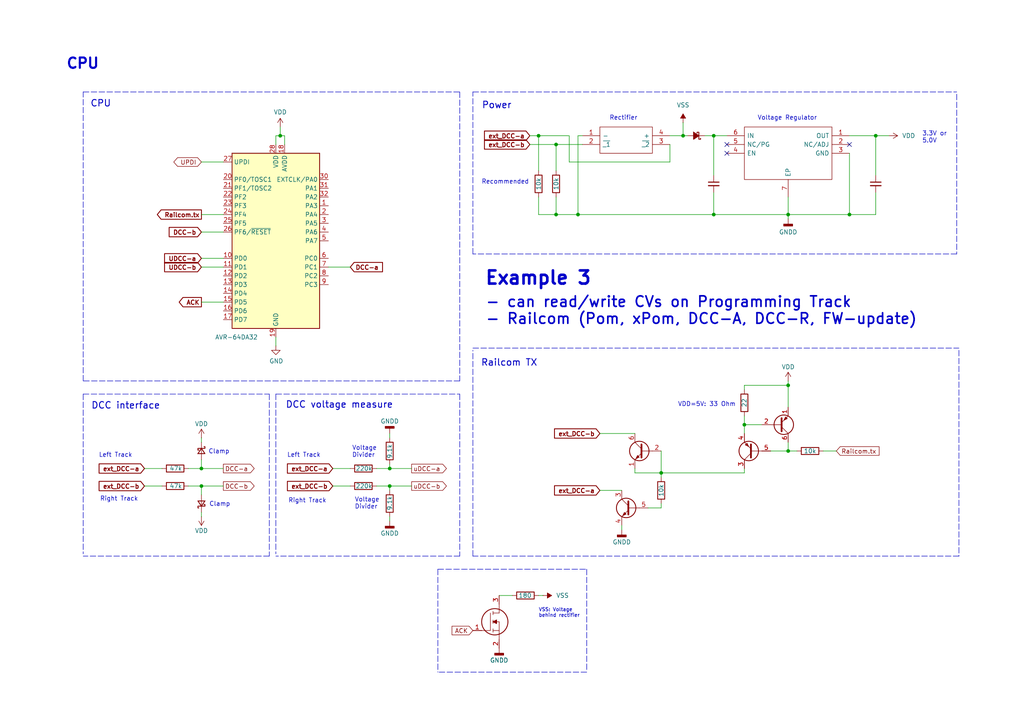
<source format=kicad_sch>
(kicad_sch (version 20250114) (generator "eeschema") (generator_version "9.0")
  (paper "A4")
  (title_block (title "RTB D97 FN Decoder Toolkit") (date "2025-11-22") (rev "0") (company "Frank Schumacher") (comment 1 "'naked' DCC decoder project") (comment 2 "D97.0") (comment 3 "Example 3: DCC Decoder /w Railcom") (comment 4 "Licensed under the Apache License, Version 2"))
  (lib_symbols
    (symbol "Device:C_Small" (pin_numbers (hide yes)) (pin_names (offset 0.254) (hide yes))
      (property "Reference" "C" (at 0.254 1.778 0))
      (property "Value" "C_Small" (at 0.254 -2.032 0))
      (symbol "C_Small_0_1"
        (polyline (pts (xy -1.524 0.508) (xy 1.524 0.508)) (stroke (width 0.3048)))
        (polyline (pts (xy -1.524 -0.508) (xy 1.524 -0.508)) (stroke (width 0.3302)))
      )
      (symbol "C_Small_1_1"
        (pin passive line (at 0 2.54 270) (length 2.032) (name "~") (number "1"))
        (pin passive line (at 0 -2.54 90) (length 2.032) (name "~") (number "2"))
      )
    )
    (symbol "Device:D_Schottky_Small" (pin_numbers (hide yes)) (pin_names (offset 0.254) (hide yes))
      (property "Reference" "D" (at -1.27 2.032 0))
      (property "Value" "D_Schottky_Small" (at -7.112 -2.032 0))
      (symbol "D_Schottky_Small_0_1"
        (polyline (pts (xy -1.27 0.762) (xy -1.27 1.016) (xy -0.762 1.016) (xy -0.762 -1.016) (xy -0.254 -1.016) (xy -0.254 -0.762)) (stroke (width 0.254)))
        (polyline (pts (xy -0.762 0) (xy 0.762 0)))
        (polyline (pts (xy 0.762 -1.016) (xy -0.762 0) (xy 0.762 1.016) (xy 0.762 -1.016)) (stroke (width 0.254)))
      )
      (symbol "D_Schottky_Small_1_1"
        (pin passive line (at -2.54 0 0) (length 1.778) (name "K") (number "1"))
        (pin passive line (at 2.54 0 180) (length 1.778) (name "A") (number "2"))
      )
    )
    (symbol "Device:D_Schottky_Small_Filled" (pin_numbers (hide yes)) (pin_names (offset 0.254) (hide yes))
      (property "Reference" "D" (at -1.27 2.032 0))
      (property "Value" "D_Schottky_Small_Filled" (at -7.112 -2.032 0))
      (symbol "D_Schottky_Small_Filled_0_1"
        (polyline (pts (xy -1.27 0.762) (xy -1.27 1.016) (xy -0.762 1.016) (xy -0.762 -1.016) (xy -0.254 -1.016) (xy -0.254 -0.762)) (stroke (width 0.254)))
        (polyline (pts (xy -0.762 0) (xy 0.762 0)))
        (polyline (pts (xy 0.762 -1.016) (xy -0.762 0) (xy 0.762 1.016) (xy 0.762 -1.016)) (stroke (width 0.254)) (fill (type outline)))
      )
      (symbol "D_Schottky_Small_Filled_1_1"
        (pin passive line (at -2.54 0 0) (length 1.778) (name "K") (number "1"))
        (pin passive line (at 2.54 0 180) (length 1.778) (name "A") (number "2"))
      )
    )
    (symbol "Device:R" (pin_numbers (hide yes)) (pin_names (offset 0))
      (property "Reference" "R" (at 2.032 0 90))
      (property "Value" "R" (at 0 0 90))
      (symbol "R_0_1"
        (rectangle (start -1.016 -2.54) (end 1.016 2.54) (stroke (width 0.254)))
      )
      (symbol "R_1_1"
        (pin passive line (at 0 3.81 270) (length 1.27) (name "~") (number "1"))
        (pin passive line (at 0 -3.81 90) (length 1.27) (name "~") (number "2"))
      )
    )
    (symbol "MCU_Microchip_ATmega:ATmega4808-M"
      (property "Reference" "U" (at -12.7 26.67 0))
      (property "Value" "ATmega4808-M" (at 2.54 -26.67 0))
      (symbol "ATmega4808-M_0_1"
        (rectangle (start -12.7 -25.4) (end 12.7 25.4) (stroke (width 0.254)) (fill (type background)))
      )
      (symbol "ATmega4808-M_1_1"
        (pin bidirectional line (at -15.24 22.86 0) (length 2.54) (name "UPDI") (number "27"))
        (pin bidirectional line (at -15.24 17.78 0) (length 2.54) (name "PF0/TOSC1") (number "20"))
        (pin bidirectional line (at -15.24 15.24 0) (length 2.54) (name "PF1/TOSC2") (number "21"))
        (pin bidirectional line (at -15.24 12.7 0) (length 2.54) (name "PF2") (number "22"))
        (pin bidirectional line (at -15.24 10.16 0) (length 2.54) (name "PF3") (number "23"))
        (pin bidirectional line (at -15.24 7.62 0) (length 2.54) (name "PF4") (number "24"))
        (pin bidirectional line (at -15.24 5.08 0) (length 2.54) (name "PF5") (number "25"))
        (pin bidirectional line (at -15.24 2.54 0) (length 2.54) (name "PF6/~{RESET}") (number "26"))
        (pin bidirectional line (at -15.24 -5.08 0) (length 2.54) (name "PD0") (number "10"))
        (pin bidirectional line (at -15.24 -7.62 0) (length 2.54) (name "PD1") (number "11"))
        (pin bidirectional line (at -15.24 -10.16 0) (length 2.54) (name "PD2") (number "12"))
        (pin bidirectional line (at -15.24 -12.7 0) (length 2.54) (name "PD3") (number "13"))
        (pin bidirectional line (at -15.24 -15.24 0) (length 2.54) (name "PD4") (number "14"))
        (pin bidirectional line (at -15.24 -17.78 0) (length 2.54) (name "PD5") (number "15"))
        (pin bidirectional line (at -15.24 -20.32 0) (length 2.54) (name "PD6") (number "16"))
        (pin bidirectional line (at -15.24 -22.86 0) (length 2.54) (name "PD7") (number "17"))
        (pin power_in line (at 0 27.94 270) (length 2.54) (name "VDD") (number "28"))
        (pin power_in line (at 0 -27.94 90) (length 2.54) (name "GND") (number "19"))
        (pin passive line (at 0 -27.94 90) (length 2.54) (hide yes) (name "GND") (number "29"))
        (pin passive line (at 0 -27.94 90) (length 2.54) (hide yes) (name "GND") (number "33"))
        (pin power_in line (at 2.54 27.94 270) (length 2.54) (name "AVDD") (number "18"))
        (pin bidirectional line (at 15.24 17.78 180) (length 2.54) (name "EXTCLK/PA0") (number "30"))
        (pin bidirectional line (at 15.24 15.24 180) (length 2.54) (name "PA1") (number "31"))
        (pin bidirectional line (at 15.24 12.7 180) (length 2.54) (name "PA2") (number "32"))
        (pin bidirectional line (at 15.24 10.16 180) (length 2.54) (name "PA3") (number "1"))
        (pin bidirectional line (at 15.24 7.62 180) (length 2.54) (name "PA4") (number "2"))
        (pin bidirectional line (at 15.24 5.08 180) (length 2.54) (name "PA5") (number "3"))
        (pin bidirectional line (at 15.24 2.54 180) (length 2.54) (name "PA6") (number "4"))
        (pin bidirectional line (at 15.24 0 180) (length 2.54) (name "PA7") (number "5"))
        (pin bidirectional line (at 15.24 -5.08 180) (length 2.54) (name "PC0") (number "6"))
        (pin bidirectional line (at 15.24 -7.62 180) (length 2.54) (name "PC1") (number "7"))
        (pin bidirectional line (at 15.24 -10.16 180) (length 2.54) (name "PC2") (number "8"))
        (pin bidirectional line (at 15.24 -12.7 180) (length 2.54) (name "PC3") (number "9"))
      )
    )
    (symbol "RTB:BAS3007ARPPE6327HTSA1" (pin_names (offset 0.762))
      (property "Reference" "D" (at 21.59 7.62 0))
      (property "Value" "BAS3007ARPPE6327HTSA1" (at 21.59 5.08 0))
      (symbol "BAS3007ARPPE6327HTSA1_0_0"
        (pin passive line (at 0 0 0) (length 5.08) (name "-") (number "1"))
        (pin passive line (at 0 -2.54 0) (length 5.08) (name "~{_1}") (number "2"))
        (pin passive line (at 25.4 0 180) (length 5.08) (name "+") (number "4"))
        (pin passive line (at 25.4 -2.54 180) (length 5.08) (name "~{_2}") (number "3"))
      )
      (symbol "BAS3007ARPPE6327HTSA1_0_1"
        (polyline (pts (xy 5.08 2.54) (xy 20.32 2.54) (xy 20.32 -5.08) (xy 5.08 -5.08) (xy 5.08 2.54)) (stroke (width 0.1524)))
      )
    )
    (symbol "RTB:NCP730BMT330TBG" (pin_names (offset 0.762))
      (property "Reference" "IC" (at 31.75 7.62 0))
      (property "Value" "NCP730BMT330TBG" (at 31.75 5.08 0))
      (symbol "NCP730BMT330TBG_0_0"
        (pin passive line (at 0 0 0) (length 5.08) (name "OUT") (number "1"))
        (pin passive line (at 0 -2.54 0) (length 5.08) (name "NC/ADJ") (number "2"))
        (pin passive line (at 0 -5.08 0) (length 5.08) (name "GND") (number "3"))
        (pin passive line (at 17.78 -17.78 90) (length 5.08) (name "EP") (number "7"))
        (pin passive line (at 35.56 0 180) (length 5.08) (name "IN") (number "6"))
        (pin passive line (at 35.56 -2.54 180) (length 5.08) (name "NC/PG") (number "5"))
        (pin passive line (at 35.56 -5.08 180) (length 5.08) (name "EN") (number "4"))
      )
      (symbol "NCP730BMT330TBG_0_1"
        (polyline (pts (xy 5.08 2.54) (xy 30.48 2.54) (xy 30.48 -12.7) (xy 5.08 -12.7) (xy 5.08 2.54)) (stroke (width 0.1524)))
      )
    )
    (symbol "RTB:PMZB200UNEYL" (pin_names (offset 0.762))
      (property "Reference" "Q" (at 11.43 3.81 0))
      (property "Value" "PMZB200UNEYL" (at 11.43 1.27 0))
      (symbol "PMZB200UNEYL_0_0"
        (pin passive line (at 0 0 0) (length 2.54) (name "~") (number "1"))
        (pin passive line (at 7.62 10.16 270) (length 2.54) (name "~") (number "3"))
        (pin passive line (at 7.62 -5.08 90) (length 2.54) (name "~") (number "2"))
      )
      (symbol "PMZB200UNEYL_0_1"
        (polyline (pts (xy 2.54 0) (xy 5.08 0) (xy 5.08 5.08)) (stroke (width 0.1524)))
        (polyline (pts (xy 5.842 5.588) (xy 5.842 4.572)) (stroke (width 0.1524)))
        (polyline (pts (xy 5.842 2.54) (xy 6.858 3.048) (xy 6.858 2.032) (xy 5.842 2.54)) (stroke (width 0.254)) (fill (type outline)))
        (polyline (pts (xy 5.842 2.032) (xy 5.842 3.048)) (stroke (width 0.1524)))
        (polyline (pts (xy 5.842 0) (xy 7.62 0)) (stroke (width 0.1524)))
        (polyline (pts (xy 5.842 -0.508) (xy 5.842 0.508)) (stroke (width 0.1524)))
        (circle (center 6.35 2.54) (radius 3.81) (stroke (width 0.254)))
        (polyline (pts (xy 7.62 5.08) (xy 5.842 5.08)) (stroke (width 0.1524)))
        (polyline (pts (xy 7.62 5.08) (xy 7.62 7.62)) (stroke (width 0.1524)))
        (polyline (pts (xy 7.62 2.54) (xy 5.842 2.54)) (stroke (width 0.1524)))
        (polyline (pts (xy 7.62 2.54) (xy 7.62 -2.54)) (stroke (width 0.1524)))
      )
    )
    (symbol "Transistor_BJT:BC847BDW1" (pin_names (offset 0) (hide yes))
      (property "Reference" "Q" (at 5.08 1.27 0))
      (property "Value" "BC847BDW1" (at 5.08 -1.27 0))
      (symbol "BC847BDW1_0_1"
        (polyline (pts (xy 0.635 1.905) (xy 0.635 -1.905)) (stroke (width 0.508)))
        (polyline (pts (xy 0.635 0.635) (xy 2.54 2.54)))
        (polyline (pts (xy 0.635 0) (xy -2.54 0)))
        (polyline (pts (xy 0.635 -0.635) (xy 2.54 -2.54)))
        (circle (center 1.27 0) (radius 2.8194) (stroke (width 0.254)))
        (polyline (pts (xy 1.27 -1.778) (xy 1.778 -1.27) (xy 2.286 -2.286) (xy 1.27 -1.778)) (fill (type outline)))
      )
      (symbol "BC847BDW1_1_1"
        (pin input line (at -5.08 0 0) (length 2.54) (name "B1") (number "2"))
        (pin passive line (at 2.54 5.08 270) (length 2.54) (name "C1") (number "6"))
        (pin passive line (at 2.54 -5.08 90) (length 2.54) (name "E1") (number "1"))
      )
      (symbol "BC847BDW1_2_1"
        (pin input line (at -5.08 0 0) (length 2.54) (name "B2") (number "5"))
        (pin passive line (at 2.54 5.08 270) (length 2.54) (name "C2") (number "3"))
        (pin passive line (at 2.54 -5.08 90) (length 2.54) (name "E2") (number "4"))
      )
    )
    (symbol "Transistor_BJT:BC857BDW1" (pin_names (offset 0) (hide yes))
      (property "Reference" "Q" (at 5.08 1.27 0))
      (property "Value" "BC857BDW1" (at 5.08 -1.27 0))
      (symbol "BC857BDW1_0_1"
        (polyline (pts (xy 0.635 1.905) (xy 0.635 -1.905)) (stroke (width 0.508)))
        (polyline (pts (xy 0.635 0.635) (xy 2.54 2.54)))
        (polyline (pts (xy 0.635 0) (xy -2.54 0)))
        (polyline (pts (xy 0.635 -0.635) (xy 2.54 -2.54)))
        (circle (center 1.27 0) (radius 2.8194) (stroke (width 0.254)))
        (polyline (pts (xy 2.286 -1.778) (xy 1.778 -2.286) (xy 1.27 -1.27) (xy 2.286 -1.778)) (fill (type outline)))
      )
      (symbol "BC857BDW1_1_1"
        (pin input line (at -5.08 0 0) (length 2.54) (name "B1") (number "2"))
        (pin passive line (at 2.54 5.08 270) (length 2.54) (name "C1") (number "6"))
        (pin passive line (at 2.54 -5.08 90) (length 2.54) (name "E1") (number "1"))
      )
      (symbol "BC857BDW1_2_1"
        (pin input line (at -5.08 0 0) (length 2.54) (name "B2") (number "5"))
        (pin passive line (at 2.54 5.08 270) (length 2.54) (name "C2") (number "3"))
        (pin passive line (at 2.54 -5.08 90) (length 2.54) (name "E2") (number "4"))
      )
    )
    (symbol "power:GND" (power) (pin_numbers (hide yes)) (pin_names (offset 0) (hide yes))
      (property "Value" "GND" (at 0 -3.81 0))
      (symbol "GND_0_1"
        (polyline (pts (xy 0 0) (xy 0 -1.27) (xy 1.27 -1.27) (xy 0 -2.54) (xy -1.27 -1.27) (xy 0 -1.27)))
      )
      (symbol "GND_1_1"
        (pin power_in line (at 0 0 270) (length 0) (name "~") (number "1"))
      )
    )
    (symbol "power:GNDD" (power) (pin_numbers (hide yes)) (pin_names (offset 0) (hide yes))
      (property "Value" "GNDD" (at 0 -3.175 0))
      (symbol "GNDD_0_1"
        (rectangle (start -1.27 -1.524) (end 1.27 -2.032) (stroke (width 0.254)) (fill (type outline)))
        (polyline (pts (xy 0 0) (xy 0 -1.524)))
      )
      (symbol "GNDD_1_1"
        (pin power_in line (at 0 0 270) (length 0) (name "~") (number "1"))
      )
    )
    (symbol "power:VDD" (power) (pin_numbers (hide yes)) (pin_names (offset 0) (hide yes))
      (property "Value" "VDD" (at 0 3.556 0))
      (symbol "VDD_0_1"
        (polyline (pts (xy -0.762 1.27) (xy 0 2.54)))
        (polyline (pts (xy 0 2.54) (xy 0.762 1.27)))
        (polyline (pts (xy 0 0) (xy 0 2.54)))
      )
      (symbol "VDD_1_1"
        (pin power_in line (at 0 0 90) (length 0) (name "~") (number "1"))
      )
    )
    (symbol "power:VSS" (power) (pin_numbers (hide yes)) (pin_names (offset 0) (hide yes))
      (property "Value" "VSS" (at 0 3.556 0))
      (symbol "VSS_0_1"
        (polyline (pts (xy 0 0) (xy 0 2.54)))
        (polyline (pts (xy 0.762 1.27) (xy -0.762 1.27) (xy 0 2.54) (xy 0.762 1.27)) (fill (type outline)))
      )
      (symbol "VSS_1_1"
        (pin power_in line (at 0 0 90) (length 0) (name "~") (number "1"))
      )
    )
  )
  (text "Rectifier" (at 180.848 34.29 0) (effects (font (size 1.27 1.27))))
  (text "- can read/write CVs on Programming Track\n- Railcom (Pom, xPom, DCC-A, DCC-R, FW-update)" (at 140.716 90.17 0) (effects (font (size 3.048 3.048) (thickness 0.4763)) (justify left)))
  (text "DCC voltage measure" (at 82.804 118.618 0) (effects (font (size 1.905 1.905) (thickness 0.254) (bold yes)) (justify left bottom)))
  (text "VSS: Voltage\nbehind rectifier" (at 156.21 177.8 0) (effects (font (size 1.016 1.016)) (justify left)))
  (text "CPU" (at 26.162 31.242 0) (effects (font (size 1.905 1.905) (thickness 0.254) (bold yes)) (justify left bottom)))
  (text "3.3V or\n5.0V" (at 267.462 39.878 0) (effects (font (size 1.27 1.27)) (justify left)))
  (text "Power" (at 139.7 31.75 0) (effects (font (size 1.905 1.905) (thickness 0.254) (bold yes)) (justify left bottom)))
  (text "Voltage Regulator" (at 228.346 34.29 0) (effects (font (size 1.27 1.27))))
  (text "Railcom TX" (at 139.446 106.426 0) (effects (font (size 1.905 1.905) (thickness 0.254) (bold yes)) (justify left bottom)))
  (text "Clamp" (at 60.452 131.064 0) (effects (font (size 1.27 1.27)) (justify left)))
  (text "Right Track" (at 34.544 144.78 0) (effects (font (size 1.27 1.27))))
  (text "VDD=5V: 33 Ohm" (at 196.596 117.348 0) (effects (font (size 1.27 1.27)) (justify left)))
  (text "Example 3" (at 140.462 80.772 0) (effects (font (size 3.81 3.81) (thickness 0.762) (bold yes)) (justify left)))
  (text "Left Track" (at 88.138 132.08 0) (effects (font (size 1.27 1.27))))
  (text "DCC interface" (at 26.416 118.872 0) (effects (font (size 1.905 1.905) (thickness 0.254) (bold yes)) (justify left bottom)))
  (text "Left Track" (at 33.528 132.08 0) (effects (font (size 1.27 1.27))))
  (text "Right Track" (at 89.154 145.288 0) (effects (font (size 1.27 1.27))))
  (text "Voltage\nDivider" (at 102.108 131.064 0) (effects (font (size 1.27 1.27)) (justify left)))
  (text "CPU" (at 19.05 20.32 0) (effects (font (size 2.9972 2.9972) (thickness 0.5994) (bold yes)) (justify left bottom)))
  (text "Recommended" (at 146.558 52.832 0) (effects (font (size 1.27 1.27))))
  (text "Voltage\nDivider" (at 102.87 146.05 0) (effects (font (size 1.27 1.27)) (justify left)))
  (text "Clamp" (at 66.802 146.304 0) (effects (font (size 1.27 1.27)) (justify right)))
  (junction (at 254 39.37))
  (junction (at 113.03 135.89))
  (junction (at 207.01 62.23))
  (junction (at 228.6 111.76))
  (junction (at 113.03 140.97))
  (junction (at 246.38 62.23))
  (junction (at 191.77 137.16))
  (junction (at 161.29 41.91))
  (junction (at 58.42 140.97))
  (junction (at 228.6 130.81))
  (junction (at 156.21 39.37))
  (junction (at 161.29 62.23))
  (junction (at 58.42 135.89))
  (junction (at 228.6 62.23))
  (junction (at 207.01 39.37))
  (junction (at 198.12 39.37))
  (junction (at 215.9 123.19))
  (junction (at 167.64 62.23))
  (junction (at 81.28 39.37))
  (no_connect (at 246.38 41.91))
  (no_connect (at 210.82 41.91))
  (no_connect (at 210.82 44.45))
  (wire (pts (xy 58.42 133.35) (xy 58.42 135.89)))
  (wire (pts (xy 228.6 57.15) (xy 228.6 62.23)))
  (wire (pts (xy 207.01 39.37) (xy 210.82 39.37)))
  (wire (pts (xy 80.01 39.37) (xy 80.01 41.91)))
  (wire (pts (xy 223.52 130.81) (xy 228.6 130.81)))
  (wire (pts (xy 228.6 130.81) (xy 231.14 130.81)))
  (wire (pts (xy 41.91 135.89) (xy 46.99 135.89)))
  (wire (pts (xy 207.01 62.23) (xy 228.6 62.23)))
  (polyline (pts (xy 170.18 165.1) (xy 170.18 194.31)) (stroke (width 0) (type dash)))
  (polyline (pts (xy 80.01 114.3) (xy 80.01 160.655)) (stroke (width 0) (type dash)))
  (wire (pts (xy 198.12 35.56) (xy 198.12 39.37)))
  (wire (pts (xy 161.29 57.15) (xy 161.29 62.23)))
  (wire (pts (xy 64.77 74.93) (xy 58.42 74.93)))
  (wire (pts (xy 165.1 39.37) (xy 156.21 39.37)))
  (polyline (pts (xy 277.495 73.66) (xy 137.16 73.66)) (stroke (width 0) (type dash)))
  (wire (pts (xy 113.03 149.86) (xy 113.03 151.13)))
  (wire (pts (xy 167.64 39.37) (xy 167.64 62.23)))
  (wire (pts (xy 58.42 127) (xy 58.42 128.27)))
  (wire (pts (xy 194.31 46.99) (xy 165.1 46.99)))
  (wire (pts (xy 173.99 142.24) (xy 180.34 142.24)))
  (wire (pts (xy 58.42 135.89) (xy 64.77 135.89)))
  (wire (pts (xy 198.12 39.37) (xy 199.39 39.37)))
  (wire (pts (xy 215.9 120.65) (xy 215.9 123.19)))
  (wire (pts (xy 215.9 135.89) (xy 215.9 137.16)))
  (polyline (pts (xy 24.13 26.67) (xy 133.35 26.67)) (stroke (width 0) (type dash)))
  (wire (pts (xy 191.77 137.16) (xy 215.9 137.16)))
  (wire (pts (xy 81.28 36.83) (xy 81.28 39.37)))
  (wire (pts (xy 113.03 127) (xy 113.03 125.73)))
  (wire (pts (xy 228.6 118.11) (xy 228.6 111.76)))
  (polyline (pts (xy 78.105 114.3) (xy 78.105 161.29)) (stroke (width 0) (type dash)))
  (wire (pts (xy 184.15 135.89) (xy 184.15 137.16)))
  (wire (pts (xy 58.42 149.86) (xy 58.42 148.59)))
  (wire (pts (xy 156.21 57.15) (xy 156.21 62.23)))
  (wire (pts (xy 58.42 143.51) (xy 58.42 140.97)))
  (wire (pts (xy 109.22 140.97) (xy 113.03 140.97)))
  (wire (pts (xy 246.38 39.37) (xy 254 39.37)))
  (polyline (pts (xy 133.35 110.49) (xy 24.13 110.49)) (stroke (width 0) (type dash)))
  (polyline (pts (xy 170.18 194.945) (xy 127 194.945)) (stroke (width 0) (type dash)))
  (wire (pts (xy 207.01 62.23) (xy 207.01 55.88)))
  (wire (pts (xy 109.22 135.89) (xy 113.03 135.89)))
  (wire (pts (xy 58.42 67.31) (xy 64.77 67.31)))
  (wire (pts (xy 207.01 50.8) (xy 207.01 39.37)))
  (wire (pts (xy 161.29 62.23) (xy 167.64 62.23)))
  (wire (pts (xy 180.34 152.4) (xy 180.34 153.67)))
  (wire (pts (xy 113.03 140.97) (xy 119.38 140.97)))
  (wire (pts (xy 191.77 137.16) (xy 191.77 138.43)))
  (wire (pts (xy 254 55.88) (xy 254 62.23)))
  (wire (pts (xy 80.01 97.79) (xy 80.01 100.33)))
  (polyline (pts (xy 278.13 161.29) (xy 137.16 161.29)) (stroke (width 0) (type dash)))
  (wire (pts (xy 58.42 62.23) (xy 64.77 62.23)))
  (wire (pts (xy 165.1 46.99) (xy 165.1 39.37)))
  (wire (pts (xy 58.42 46.99) (xy 64.77 46.99)))
  (wire (pts (xy 95.25 77.47) (xy 101.6 77.47)))
  (wire (pts (xy 215.9 111.76) (xy 215.9 113.03)))
  (wire (pts (xy 187.96 147.32) (xy 191.77 147.32)))
  (wire (pts (xy 144.78 172.72) (xy 148.59 172.72)))
  (polyline (pts (xy 133.35 161.29) (xy 80.01 161.29)) (stroke (width 0) (type dash)))
  (wire (pts (xy 113.03 135.89) (xy 119.38 135.89)))
  (wire (pts (xy 156.21 172.72) (xy 157.48 172.72)))
  (wire (pts (xy 215.9 123.19) (xy 220.98 123.19)))
  (wire (pts (xy 153.67 41.91) (xy 161.29 41.91)))
  (wire (pts (xy 228.6 63.5) (xy 228.6 62.23)))
  (wire (pts (xy 238.76 130.81) (xy 242.57 130.81)))
  (polyline (pts (xy 137.16 73.66) (xy 137.16 26.67)) (stroke (width 0) (type dash)))
  (wire (pts (xy 254 39.37) (xy 254 50.8)))
  (wire (pts (xy 184.15 137.16) (xy 191.77 137.16)))
  (wire (pts (xy 161.29 41.91) (xy 161.29 49.53)))
  (wire (pts (xy 156.21 39.37) (xy 153.67 39.37)))
  (wire (pts (xy 228.6 111.76) (xy 215.9 111.76)))
  (wire (pts (xy 194.31 39.37) (xy 198.12 39.37)))
  (wire (pts (xy 228.6 130.81) (xy 228.6 128.27)))
  (polyline (pts (xy 277.495 27.305) (xy 277.495 73.66)) (stroke (width 0) (type dash)))
  (polyline (pts (xy 278.13 101.6) (xy 278.13 161.29)) (stroke (width 0) (type dash)))
  (wire (pts (xy 54.61 140.97) (xy 58.42 140.97)))
  (polyline (pts (xy 137.16 100.965) (xy 278.13 100.965)) (stroke (width 0) (type dash)))
  (wire (pts (xy 228.6 110.49) (xy 228.6 111.76)))
  (wire (pts (xy 156.21 49.53) (xy 156.21 39.37)))
  (polyline (pts (xy 133.35 114.3) (xy 133.35 161.29)) (stroke (width 0) (type dash)))
  (wire (pts (xy 191.77 146.05) (xy 191.77 147.32)))
  (wire (pts (xy 82.55 39.37) (xy 82.55 41.91)))
  (wire (pts (xy 246.38 44.45) (xy 246.38 62.23)))
  (wire (pts (xy 204.47 39.37) (xy 207.01 39.37)))
  (polyline (pts (xy 24.13 114.3) (xy 78.105 114.3)) (stroke (width 0) (type dash)))
  (polyline (pts (xy 133.35 26.67) (xy 133.35 110.49)) (stroke (width 0) (type dash)))
  (wire (pts (xy 168.91 39.37) (xy 167.64 39.37)))
  (polyline (pts (xy 24.13 114.3) (xy 24.13 160.655)) (stroke (width 0) (type dash)))
  (polyline (pts (xy 127 165.1) (xy 127 194.945)) (stroke (width 0) (type dash)))
  (wire (pts (xy 64.77 87.63) (xy 58.42 87.63)))
  (polyline (pts (xy 137.16 26.67) (xy 277.495 26.67)) (stroke (width 0) (type dash)))
  (polyline (pts (xy 127 165.1) (xy 170.18 165.1)) (stroke (width 0) (type dash)))
  (polyline (pts (xy 24.13 110.49) (xy 24.13 26.67)) (stroke (width 0) (type dash)))
  (wire (pts (xy 58.42 140.97) (xy 64.77 140.97)))
  (wire (pts (xy 246.38 62.23) (xy 228.6 62.23)))
  (wire (pts (xy 96.52 140.97) (xy 101.6 140.97)))
  (wire (pts (xy 156.21 62.23) (xy 161.29 62.23)))
  (wire (pts (xy 184.15 125.73) (xy 173.99 125.73)))
  (wire (pts (xy 215.9 125.73) (xy 215.9 123.19)))
  (wire (pts (xy 58.42 77.47) (xy 64.77 77.47)))
  (wire (pts (xy 246.38 62.23) (xy 254 62.23)))
  (wire (pts (xy 96.52 135.89) (xy 101.6 135.89)))
  (wire (pts (xy 254 39.37) (xy 257.81 39.37)))
  (wire (pts (xy 81.28 39.37) (xy 82.55 39.37)))
  (polyline (pts (xy 78.105 161.29) (xy 24.13 161.29)) (stroke (width 0) (type dash)))
  (wire (pts (xy 41.91 140.97) (xy 46.99 140.97)))
  (wire (pts (xy 161.29 41.91) (xy 168.91 41.91)))
  (wire (pts (xy 80.01 39.37) (xy 81.28 39.37)))
  (wire (pts (xy 54.61 135.89) (xy 58.42 135.89)))
  (wire (pts (xy 113.03 134.62) (xy 113.03 135.89)))
  (wire (pts (xy 113.03 140.97) (xy 113.03 142.24)))
  (polyline (pts (xy 137.16 161.29) (xy 137.16 101.6)) (stroke (width 0) (type dash)))
  (wire (pts (xy 167.64 62.23) (xy 207.01 62.23)))
  (wire (pts (xy 191.77 137.16) (xy 191.77 130.81)))
  (wire (pts (xy 194.31 41.91) (xy 194.31 46.99)))
  (polyline (pts (xy 80.01 114.3) (xy 133.35 114.3)) (stroke (width 0) (type dash)))
  (global_label "DCC-b" (shape input) (at 58.42 67.31 180) (effects (font (thickness 0.254) (bold yes))) (property "Intersheetrefs" "${INTERSHEET_REFS}" (effects (hide yes))))
  (global_label "Railcom.tx" (shape input) (at 242.57 130.81 0) (property "Intersheetrefs" "${INTERSHEET_REFS}" (effects (hide yes))))
  (global_label "UDCC-a" (shape input) (at 58.42 74.93 180) (effects (font (thickness 0.254) (bold yes))) (property "Intersheetrefs" "${INTERSHEET_REFS}" (effects (hide yes))))
  (global_label "UPDI" (shape bidirectional) (at 58.42 46.99 180) (property "Intersheetrefs" "${INTERSHEET_REFS}" (effects (hide yes))))
  (global_label "ACK" (shape input) (at 137.16 182.88 180) (property "Intersheetrefs" "${INTERSHEET_REFS}" (effects (hide yes))))
  (global_label "DCC-a" (shape output) (at 64.77 135.89 0) (property "Intersheetrefs" "${INTERSHEET_REFS}" (effects (hide yes))))
  (global_label "ext_DCC-a" (shape input) (at 173.99 142.24 180) (effects (font (thickness 0.254) (bold yes))) (property "Intersheetrefs" "${INTERSHEET_REFS}" (effects (hide yes))))
  (global_label "ext_DCC-b" (shape input) (at 173.99 125.73 180) (effects (font (thickness 0.254) (bold yes))) (property "Intersheetrefs" "${INTERSHEET_REFS}" (effects (hide yes))))
  (global_label "ext_DCC-a" (shape input) (at 96.52 135.89 180) (effects (font (thickness 0.254) (bold yes))) (property "Intersheetrefs" "${INTERSHEET_REFS}" (effects (hide yes))))
  (global_label "uDCC-a" (shape output) (at 119.38 135.89 0) (property "Intersheetrefs" "${INTERSHEET_REFS}" (effects (hide yes))))
  (global_label "ext_DCC-a" (shape input) (at 41.91 135.89 180) (effects (font (thickness 0.254) (bold yes))) (property "Intersheetrefs" "${INTERSHEET_REFS}" (effects (hide yes))))
  (global_label "ext_DCC-b" (shape input) (at 41.91 140.97 180) (effects (font (thickness 0.254) (bold yes))) (property "Intersheetrefs" "${INTERSHEET_REFS}" (effects (hide yes))))
  (global_label "Railcom.tx" (shape output) (at 58.42 62.23 180) (effects (font (thickness 0.254) (bold yes))) (property "Intersheetrefs" "${INTERSHEET_REFS}" (effects (hide yes))))
  (global_label "uDCC-b" (shape output) (at 119.38 140.97 0) (property "Intersheetrefs" "${INTERSHEET_REFS}" (effects (hide yes))))
  (global_label "ext_DCC-b" (shape input) (at 153.67 41.91 180) (effects (font (thickness 0.254) (bold yes))) (property "Intersheetrefs" "${INTERSHEET_REFS}" (effects (hide yes))))
  (global_label "ACK" (shape output) (at 58.42 87.63 180) (effects (font (thickness 0.254) (bold yes))) (property "Intersheetrefs" "${INTERSHEET_REFS}" (effects (hide yes))))
  (global_label "DCC-a" (shape input) (at 101.6 77.47 0) (effects (font (thickness 0.254) (bold yes))) (property "Intersheetrefs" "${INTERSHEET_REFS}" (effects (hide yes))))
  (global_label "ext_DCC-a" (shape input) (at 153.67 39.37 180) (effects (font (thickness 0.254) (bold yes))) (property "Intersheetrefs" "${INTERSHEET_REFS}" (effects (hide yes))))
  (global_label "DCC-b" (shape output) (at 64.77 140.97 0) (property "Intersheetrefs" "${INTERSHEET_REFS}" (effects (hide yes))))
  (global_label "ext_DCC-b" (shape input) (at 96.52 140.97 180) (effects (font (thickness 0.254) (bold yes))) (property "Intersheetrefs" "${INTERSHEET_REFS}" (effects (hide yes))))
  (global_label "UDCC-b" (shape input) (at 58.42 77.47 180) (effects (font (thickness 0.254) (bold yes))) (property "Intersheetrefs" "${INTERSHEET_REFS}" (effects (hide yes))))
  (symbol (lib_id "MCU_Microchip_ATmega:ATmega4808-M") (at 80.01 69.85 0) (unit 1)
    (property "Reference" "U1" (effects (hide yes)))
    (property "Value" "AVR-64DA32" (at 68.58 97.79 0))
    (property "Footprint" "Package_DFN_QFN:VQFN-32-1EP_5x5mm_P0.5mm_EP3.1x3.1mm" (effects (hide yes)))
    (property "Datasheet" "http://ww1.microchip.com/downloads/en/DeviceDoc/40002016A.pdf" (effects (hide yes)))
  )
  (symbol (lib_id "power:GND") (at 80.01 100.33 0) (unit 1)
    (property "Reference" "#PWR0110" (effects (hide yes)))
    (property "Value" "GND" (at 80.137 104.7242 0))
  )
  (symbol (lib_id "Device:C_Small") (at 207.01 53.34 0) (unit 1)
    (property "Reference" "C7" (effects (hide yes)))
    (property "Value" "22u/25V" (effects (hide yes)))
    (property "Footprint" "Capacitor_SMD:C_0805_2012Metric" (effects (hide yes)))
  )
  (symbol (lib_id "RTB:NCP730BMT330TBG") (at 246.38 39.37 0) (mirror y) (unit 1)
    (property "Reference" "IC2" (effects (hide yes)))
    (property "Value" "NCP730BMT330TBG" (effects (hide yes)))
    (property "Footprint" "Package_SON:WSON-6-1EP_2x2mm_P0.65mm_EP1x1.6mm_ThermalVias" (effects (hide yes)))
    (property "Datasheet" "https://www.mouser.de/datasheet/2/308/NCP730-D-1760032.pdf" (effects (hide yes)))
    (property "Description" "LDO Regulator Pos 3.3V 0.15A 6-Pin WDFN EP T/R" (effects (hide yes)))
  )
  (symbol (lib_id "Device:R") (at 161.29 53.34 180) (unit 1)
    (property "Reference" "R20" (effects (hide yes)))
    (property "Value" "10k" (at 161.29 53.34 90))
    (property "Footprint" "Resistor_SMD:R_0402_1005Metric" (effects (hide yes)))
  )
  (symbol (lib_id "Device:R") (at 156.21 53.34 180) (unit 1)
    (property "Reference" "R19" (effects (hide yes)))
    (property "Value" "10k" (at 156.21 53.34 90))
    (property "Footprint" "Resistor_SMD:R_0402_1005Metric" (effects (hide yes)))
  )
  (symbol (lib_id "Device:C_Small") (at 254 53.34 0) (unit 1)
    (property "Reference" "C3" (effects (hide yes)))
    (property "Value" "22u/4V" (effects (hide yes)))
    (property "Footprint" "Capacitor_SMD:C_0402_1005Metric" (effects (hide yes)))
  )
  (symbol (lib_id "RTB:BAS3007ARPPE6327HTSA1") (at 168.91 39.37 0) (unit 1)
    (property "Reference" "D3" (effects (hide yes)))
    (property "Value" "BAS3007ARPPE6327HTSA1" (effects (hide yes)))
    (property "Footprint" "BF998215" (effects (hide yes)))
    (property "Datasheet" "https://www.mouser.co.uk/datasheet/2/196/Infineon-BAS3007ASERIES-DS-v01_01-en-1225497.pdf" (effects (hide yes)))
    (property "Description" "Infineon BAS3007ARPPE6327HTSA1 SMT Schottky Diode, 30V 900mA, 4-Pin SOT-143" (effects (hide yes)))
  )
  (symbol (lib_id "power:GNDD") (at 113.03 125.73 180) (unit 1)
    (property "Reference" "#PWR030" (effects (hide yes)))
    (property "Value" "GNDD" (at 113.03 122.174 0))
    (property "Description" "Power symbol creates a global label with name \"GNDD\" , digital ground" (effects (hide yes)))
  )
  (symbol (lib_id "Device:R") (at 105.41 140.97 270) (unit 1)
    (property "Reference" "R9" (effects (hide yes)))
    (property "Value" "220k" (at 103.124 140.97 90) (effects (justify left)))
    (property "Footprint" "Resistor_SMD:R_0402_1005Metric" (effects (hide yes)))
  )
  (symbol (lib_id "power:GNDD") (at 144.78 187.96 0) (unit 1)
    (property "Reference" "#PWR018" (effects (hide yes)))
    (property "Value" "GNDD" (at 144.78 191.516 0))
    (property "Description" "Power symbol creates a global label with name \"GNDD\" , digital ground" (effects (hide yes)))
  )
  (symbol (lib_id "power:GNDD") (at 113.03 151.13 0) (unit 1)
    (property "Reference" "#PWR032" (effects (hide yes)))
    (property "Value" "GNDD" (at 113.03 154.686 0))
    (property "Description" "Power symbol creates a global label with name \"GNDD\" , digital ground" (effects (hide yes)))
  )
  (symbol (lib_id "Device:R") (at 113.03 130.81 180) (unit 1)
    (property "Reference" "R17" (effects (hide yes)))
    (property "Value" "9.1k" (at 113.03 128.778 90) (effects (justify left)))
    (property "Footprint" "Resistor_SMD:R_0402_1005Metric" (effects (hide yes)))
  )
  (symbol (lib_id "Transistor_BJT:BC847BDW1") (at 182.88 147.32 0) (mirror y) (unit 2)
    (property "Reference" "Q2B1" (effects (hide yes)))
    (property "Value" "BC847BDW1" (effects (hide yes)))
    (property "Footprint" "Package_TO_SOT_SMD:SOT-666" (effects (hide yes)))
    (property "Datasheet" "http://www.onsemi.com/pub_link/Collateral/BC846BDW1T1-D.PDF" (effects (hide yes)))
  )
  (symbol (lib_id "power:VDD") (at 58.42 127 0) (unit 1)
    (property "Reference" "#PWR029" (effects (hide yes)))
    (property "Value" "VDD" (at 58.42 122.936 0))
    (property "Description" "Power symbol creates a global label with name \"VDD\"" (effects (hide yes)))
  )
  (symbol (lib_id "power:VDD") (at 228.6 110.49 0) (unit 1)
    (property "Reference" "#PWR012" (effects (hide yes)))
    (property "Value" "VDD" (at 228.6 106.426 0))
    (property "Description" "Power symbol creates a global label with name \"VDD\"" (effects (hide yes)))
  )
  (symbol (lib_id "power:VDD") (at 81.28 36.83 0) (unit 1)
    (property "Reference" "#PWR01" (effects (hide yes)))
    (property "Value" "VDD" (at 81.28 32.512 0))
    (property "Description" "Power symbol creates a global label with name \"VDD\"" (effects (hide yes)))
  )
  (symbol (lib_id "Device:R") (at 50.8 135.89 90) (unit 1)
    (property "Reference" "R3" (effects (hide yes)))
    (property "Value" "47k" (at 52.832 135.89 90) (effects (justify left)))
    (property "Footprint" "Resistor_SMD:R_0402_1005Metric" (effects (hide yes)))
  )
  (symbol (lib_id "power:VSS") (at 157.48 172.72 270) (unit 1)
    (property "Reference" "#PWR020" (effects (hide yes)))
    (property "Value" "VSS" (at 161.29 172.7199 90) (effects (justify left)))
    (property "Description" "Power symbol creates a global label with name \"VSS\"" (effects (hide yes)))
  )
  (symbol (lib_id "Transistor_BJT:BC857BDW1") (at 226.06 123.19 0) (mirror x) (unit 1)
    (property "Reference" "Q1A1" (effects (hide yes)))
    (property "Value" "BC857BDW1" (effects (hide yes)))
    (property "Footprint" "Package_TO_SOT_SMD:SOT-666" (effects (hide yes)))
    (property "Datasheet" "http://www.onsemi.com/pub_link/Collateral/BC856BDW1T1-D.PDF" (effects (hide yes)))
  )
  (symbol (lib_id "Device:R") (at 152.4 172.72 270) (unit 1)
    (property "Reference" "R13" (effects (hide yes)))
    (property "Value" "180" (at 150.368 172.72 90) (effects (justify left)))
    (property "Footprint" "Resistor_SMD:R_0402_1005Metric" (effects (hide yes)))
  )
  (symbol (lib_id "Device:D_Schottky_Small") (at 58.42 130.81 270) (unit 1)
    (property "Reference" "D6" (effects (hide yes)))
    (property "Value" "D_Schottky_Small" (effects (hide yes)))
    (property "Description" "Schottky diode, small symbol" (effects (hide yes)))
  )
  (symbol (lib_id "Device:R") (at 105.41 135.89 270) (unit 1)
    (property "Reference" "R14" (effects (hide yes)))
    (property "Value" "220k" (at 103.124 135.89 90) (effects (justify left)))
    (property "Footprint" "Resistor_SMD:R_0402_1005Metric" (effects (hide yes)))
  )
  (symbol (lib_id "RTB:PMZB200UNEYL") (at 137.16 182.88 0) (unit 1)
    (property "Reference" "Q4" (effects (hide yes)))
    (property "Value" "PMZB200UNEYL" (effects (hide yes)))
    (property "Footprint" "PMZB200UNEYL" (effects (hide yes)))
    (property "Datasheet" "https://assets.nexperia.com/documents/data-sheet/PMZB200UNE.pdf" (effects (hide yes)))
    (property "Description" "N-Channel 30 V 1.4A (Ta) 350mW (Ta), 6.25W (Tc) Surface Mount DFN1006B-3" (effects (hide yes)))
    (property "Description_1" "N-Channel 30 V 1.4A (Ta) 350mW (Ta), 6.25W (Tc) Surface Mount DFN1006B-3" (effects (hide yes)))
    (property "Height" "0.4" (effects (hide yes)))
    (property "Mouser Part Number" "771-PMZB200UNEYL" (effects (hide yes)))
    (property "Mouser Price/Stock" "https://www.mouser.co.uk/ProductDetail/Nexperia/PMZB200UNEYL?qs=d7b8vw%252BBfo0jl0Uns2vJDw%3D%3D" (effects (hide yes)))
    (property "Manufacturer_Name" "Nexperia" (effects (hide yes)))
    (property "Manufacturer_Part_Number" "PMZB200UNEYL" (effects (hide yes)))
  )
  (symbol (lib_id "Device:R") (at 234.95 130.81 270) (unit 1)
    (property "Reference" "R6" (effects (hide yes)))
    (property "Value" "10k" (at 234.95 130.81 90))
    (property "Footprint" "Resistor_SMD:R_0402_1005Metric" (effects (hide yes)))
  )
  (symbol (lib_id "Device:D_Schottky_Small_Filled") (at 201.93 39.37 180) (unit 1)
    (property "Reference" "D1" (effects (hide yes)))
    (property "Value" "D_Schottky_Small_Filled" (effects (hide yes)))
    (property "Description" "Schottky diode, small symbol, filled shape" (effects (hide yes)))
  )
  (symbol (lib_id "power:VDD") (at 58.42 149.86 180) (unit 1)
    (property "Reference" "#PWR031" (effects (hide yes)))
    (property "Value" "VDD" (at 58.42 153.924 0))
    (property "Description" "Power symbol creates a global label with name \"VDD\"" (effects (hide yes)))
  )
  (symbol (lib_id "power:GNDD") (at 180.34 153.67 0) (unit 1)
    (property "Reference" "#PWR010" (effects (hide yes)))
    (property "Value" "GNDD" (at 180.34 157.226 0))
    (property "Description" "Power symbol creates a global label with name \"GNDD\" , digital ground" (effects (hide yes)))
  )
  (symbol (lib_id "power:VDD") (at 257.81 39.37 270) (unit 1)
    (property "Reference" "#PWR013" (effects (hide yes)))
    (property "Value" "VDD" (at 261.62 39.3699 90) (effects (justify left)))
    (property "Description" "Power symbol creates a global label with name \"VDD\"" (effects (hide yes)))
  )
  (symbol (lib_id "Transistor_BJT:BC847BDW1") (at 186.69 130.81 0) (mirror y) (unit 1)
    (property "Reference" "Q2A1" (effects (hide yes)))
    (property "Value" "BC847BDW1" (effects (hide yes)))
    (property "Footprint" "Package_TO_SOT_SMD:SOT-666" (effects (hide yes)))
    (property "Datasheet" "http://www.onsemi.com/pub_link/Collateral/BC846BDW1T1-D.PDF" (effects (hide yes)))
  )
  (symbol (lib_id "Device:R") (at 191.77 142.24 0) (unit 1)
    (property "Reference" "R5" (effects (hide yes)))
    (property "Value" "10k" (at 191.77 142.24 90))
    (property "Footprint" "Resistor_SMD:R_0402_1005Metric" (effects (hide yes)))
  )
  (symbol (lib_id "power:VSS") (at 198.12 35.56 0) (unit 1)
    (property "Reference" "#PWR06" (effects (hide yes)))
    (property "Value" "VSS" (at 198.12 30.48 0))
    (property "Description" "Power symbol creates a global label with name \"VSS\"" (effects (hide yes)))
  )
  (symbol (lib_id "Device:R") (at 215.9 116.84 0) (unit 1)
    (property "Reference" "R4" (effects (hide yes)))
    (property "Value" "22" (at 215.9 116.84 90))
    (property "Footprint" "Resistor_SMD:R_0402_1005Metric" (effects (hide yes)))
  )
  (symbol (lib_id "Device:D_Schottky_Small") (at 58.42 146.05 90) (unit 1)
    (property "Reference" "D7" (effects (hide yes)))
    (property "Value" "D_Schottky_Small" (effects (hide yes)))
    (property "Description" "Schottky diode, small symbol" (effects (hide yes)))
  )
  (symbol (lib_id "Transistor_BJT:BC857BDW1") (at 218.44 130.81 180) (unit 2)
    (property "Reference" "Q1B1" (effects (hide yes)))
    (property "Value" "BC857BDW1" (effects (hide yes)))
    (property "Footprint" "Package_TO_SOT_SMD:SOT-666" (effects (hide yes)))
    (property "Datasheet" "http://www.onsemi.com/pub_link/Collateral/BC856BDW1T1-D.PDF" (effects (hide yes)))
  )
  (symbol (lib_id "Device:R") (at 113.03 146.05 0) (unit 1)
    (property "Reference" "R16" (effects (hide yes)))
    (property "Value" "9.1k" (at 113.03 148.082 90) (effects (justify left)))
    (property "Footprint" "Resistor_SMD:R_0402_1005Metric" (effects (hide yes)))
  )
  (symbol (lib_id "Device:R") (at 50.8 140.97 90) (unit 1)
    (property "Reference" "R15" (effects (hide yes)))
    (property "Value" "47k" (at 52.832 140.97 90) (effects (justify left)))
    (property "Footprint" "Resistor_SMD:R_0402_1005Metric" (effects (hide yes)))
  )
  (symbol (lib_id "power:GNDD") (at 228.6 63.5 0) (unit 1)
    (property "Reference" "#PWR014" (effects (hide yes)))
    (property "Value" "GNDD" (at 228.6 67.31 0))
    (property "Description" "Power symbol creates a global label with name \"GNDD\" , digital ground" (effects (hide yes)))
  )
)
</source>
